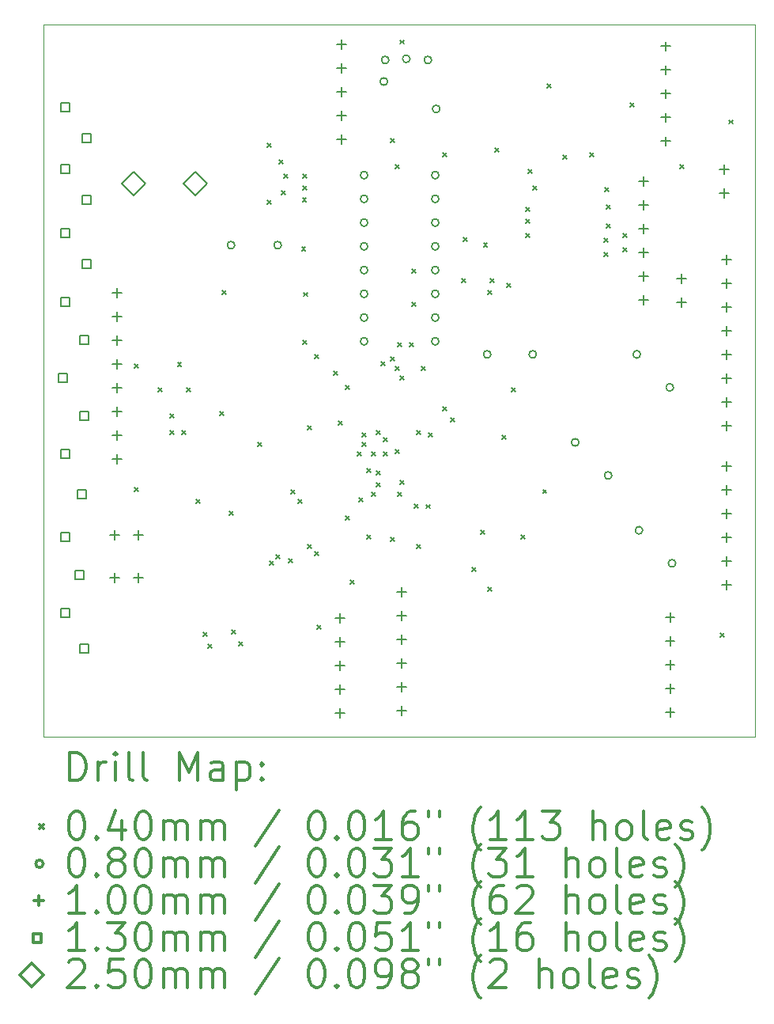
<source format=gbr>
%FSLAX45Y45*%
G04 Gerber Fmt 4.5, Leading zero omitted, Abs format (unit mm)*
G04 Created by KiCad (PCBNEW (5.1.6-0-10_14)) date 2022-02-17 20:51:51*
%MOMM*%
%LPD*%
G01*
G04 APERTURE LIST*
%TA.AperFunction,Profile*%
%ADD10C,0.100000*%
%TD*%
%ADD11C,0.200000*%
%ADD12C,0.300000*%
G04 APERTURE END LIST*
D10*
X20828000Y-6096000D02*
X20828000Y-13716000D01*
X13208000Y-6096000D02*
X20828000Y-6096000D01*
X13208000Y-13716000D02*
X13208000Y-6096000D01*
X20828000Y-13716000D02*
X13208000Y-13716000D01*
D11*
X14178600Y-9733600D02*
X14218600Y-9773600D01*
X14218600Y-9733600D02*
X14178600Y-9773600D01*
X14178600Y-11054400D02*
X14218600Y-11094400D01*
X14218600Y-11054400D02*
X14178600Y-11094400D01*
X14432600Y-9987600D02*
X14472600Y-10027600D01*
X14472600Y-9987600D02*
X14432600Y-10027600D01*
X14559600Y-10267000D02*
X14599600Y-10307000D01*
X14599600Y-10267000D02*
X14559600Y-10307000D01*
X14559600Y-10444800D02*
X14599600Y-10484800D01*
X14599600Y-10444800D02*
X14559600Y-10484800D01*
X14641702Y-9714102D02*
X14681702Y-9754102D01*
X14681702Y-9714102D02*
X14641702Y-9754102D01*
X14686600Y-10444800D02*
X14726600Y-10484800D01*
X14726600Y-10444800D02*
X14686600Y-10484800D01*
X14737400Y-9987600D02*
X14777400Y-10027600D01*
X14777400Y-9987600D02*
X14737400Y-10027600D01*
X14839000Y-11181400D02*
X14879000Y-11221400D01*
X14879000Y-11181400D02*
X14839000Y-11221400D01*
X14915200Y-12603800D02*
X14955200Y-12643800D01*
X14955200Y-12603800D02*
X14915200Y-12643800D01*
X14966000Y-12730800D02*
X15006000Y-12770800D01*
X15006000Y-12730800D02*
X14966000Y-12770800D01*
X15093000Y-10241600D02*
X15133000Y-10281600D01*
X15133000Y-10241600D02*
X15093000Y-10281600D01*
X15118400Y-8946200D02*
X15158400Y-8986200D01*
X15158400Y-8946200D02*
X15118400Y-8986200D01*
X15194600Y-11308400D02*
X15234600Y-11348400D01*
X15234600Y-11308400D02*
X15194600Y-11348400D01*
X15220000Y-12578400D02*
X15260000Y-12618400D01*
X15260000Y-12578400D02*
X15220000Y-12618400D01*
X15296200Y-12705400D02*
X15336200Y-12745400D01*
X15336200Y-12705400D02*
X15296200Y-12745400D01*
X15499400Y-10571800D02*
X15539400Y-10611800D01*
X15539400Y-10571800D02*
X15499400Y-10611800D01*
X15601000Y-7371400D02*
X15641000Y-7411400D01*
X15641000Y-7371400D02*
X15601000Y-7411400D01*
X15601000Y-7981000D02*
X15641000Y-8021000D01*
X15641000Y-7981000D02*
X15601000Y-8021000D01*
X15626400Y-11841800D02*
X15666400Y-11881800D01*
X15666400Y-11841800D02*
X15626400Y-11881800D01*
X15697300Y-11770900D02*
X15737300Y-11810900D01*
X15737300Y-11770900D02*
X15697300Y-11810900D01*
X15728000Y-7549200D02*
X15768000Y-7589200D01*
X15768000Y-7549200D02*
X15728000Y-7589200D01*
X15754780Y-7878020D02*
X15794780Y-7918020D01*
X15794780Y-7878020D02*
X15754780Y-7918020D01*
X15778800Y-7701600D02*
X15818800Y-7741600D01*
X15818800Y-7701600D02*
X15778800Y-7741600D01*
X15829600Y-11816400D02*
X15869600Y-11856400D01*
X15869600Y-11816400D02*
X15829600Y-11856400D01*
X15855000Y-11079800D02*
X15895000Y-11119800D01*
X15895000Y-11079800D02*
X15855000Y-11119800D01*
X15931200Y-11181400D02*
X15971200Y-11221400D01*
X15971200Y-11181400D02*
X15931200Y-11221400D01*
X15970700Y-8476300D02*
X16010700Y-8516300D01*
X16010700Y-8476300D02*
X15970700Y-8516300D01*
X15980480Y-7950520D02*
X16020480Y-7990520D01*
X16020480Y-7950520D02*
X15980480Y-7990520D01*
X15982000Y-7828600D02*
X16022000Y-7868600D01*
X16022000Y-7828600D02*
X15982000Y-7868600D01*
X15982000Y-9479600D02*
X16022000Y-9519600D01*
X16022000Y-9479600D02*
X15982000Y-9519600D01*
X15987080Y-7696520D02*
X16027080Y-7736520D01*
X16027080Y-7696520D02*
X15987080Y-7736520D01*
X15991020Y-8963980D02*
X16031020Y-9003980D01*
X16031020Y-8963980D02*
X15991020Y-9003980D01*
X16032800Y-10394000D02*
X16072800Y-10434000D01*
X16072800Y-10394000D02*
X16032800Y-10434000D01*
X16032800Y-11664000D02*
X16072800Y-11704000D01*
X16072800Y-11664000D02*
X16032800Y-11704000D01*
X16109000Y-9632000D02*
X16149000Y-9672000D01*
X16149000Y-9632000D02*
X16109000Y-9672000D01*
X16109000Y-11740200D02*
X16149000Y-11780200D01*
X16149000Y-11740200D02*
X16109000Y-11780200D01*
X16134400Y-12527600D02*
X16174400Y-12567600D01*
X16174400Y-12527600D02*
X16134400Y-12567600D01*
X16312200Y-9809800D02*
X16352200Y-9849800D01*
X16352200Y-9809800D02*
X16312200Y-9849800D01*
X16363000Y-10343200D02*
X16403000Y-10383200D01*
X16403000Y-10343200D02*
X16363000Y-10383200D01*
X16439200Y-9962200D02*
X16479200Y-10002200D01*
X16479200Y-9962200D02*
X16439200Y-10002200D01*
X16439200Y-11359200D02*
X16479200Y-11399200D01*
X16479200Y-11359200D02*
X16439200Y-11399200D01*
X16490000Y-12045000D02*
X16530000Y-12085000D01*
X16530000Y-12045000D02*
X16490000Y-12085000D01*
X16566200Y-10673400D02*
X16606200Y-10713400D01*
X16606200Y-10673400D02*
X16566200Y-10713400D01*
X16588600Y-11159000D02*
X16628600Y-11199000D01*
X16628600Y-11159000D02*
X16588600Y-11199000D01*
X16617000Y-10571800D02*
X16657000Y-10611800D01*
X16657000Y-10571800D02*
X16617000Y-10611800D01*
X16619206Y-10467994D02*
X16659206Y-10507994D01*
X16659206Y-10467994D02*
X16619206Y-10507994D01*
X16667800Y-10851200D02*
X16707800Y-10891200D01*
X16707800Y-10851200D02*
X16667800Y-10891200D01*
X16667800Y-11562400D02*
X16707800Y-11602400D01*
X16707800Y-11562400D02*
X16667800Y-11602400D01*
X16718600Y-10673400D02*
X16758600Y-10713400D01*
X16758600Y-10673400D02*
X16718600Y-10713400D01*
X16718600Y-11105200D02*
X16758600Y-11145200D01*
X16758600Y-11105200D02*
X16718600Y-11145200D01*
X16769400Y-10444800D02*
X16809400Y-10484800D01*
X16809400Y-10444800D02*
X16769400Y-10484800D01*
X16769400Y-10876600D02*
X16809400Y-10916600D01*
X16809400Y-10876600D02*
X16769400Y-10916600D01*
X16769400Y-11003600D02*
X16809400Y-11043600D01*
X16809400Y-11003600D02*
X16769400Y-11043600D01*
X16820200Y-9708200D02*
X16860200Y-9748200D01*
X16860200Y-9708200D02*
X16820200Y-9748200D01*
X16845600Y-10521000D02*
X16885600Y-10561000D01*
X16885600Y-10521000D02*
X16845600Y-10561000D01*
X16845600Y-10673400D02*
X16885600Y-10713400D01*
X16885600Y-10673400D02*
X16845600Y-10713400D01*
X16921800Y-7320600D02*
X16961800Y-7360600D01*
X16961800Y-7320600D02*
X16921800Y-7360600D01*
X16921800Y-9657400D02*
X16961800Y-9697400D01*
X16961800Y-9657400D02*
X16921800Y-9697400D01*
X16921800Y-11587800D02*
X16961800Y-11627800D01*
X16961800Y-11587800D02*
X16921800Y-11627800D01*
X16972600Y-7600000D02*
X17012600Y-7640000D01*
X17012600Y-7600000D02*
X16972600Y-7640000D01*
X16972600Y-9759000D02*
X17012600Y-9799000D01*
X17012600Y-9759000D02*
X16972600Y-9799000D01*
X16972600Y-10648000D02*
X17012600Y-10688000D01*
X17012600Y-10648000D02*
X16972600Y-10688000D01*
X16998000Y-9505000D02*
X17038000Y-9545000D01*
X17038000Y-9505000D02*
X16998000Y-9545000D01*
X16998000Y-11105200D02*
X17038000Y-11145200D01*
X17038000Y-11105200D02*
X16998000Y-11145200D01*
X17023400Y-9860600D02*
X17063400Y-9900600D01*
X17063400Y-9860600D02*
X17023400Y-9900600D01*
X17023400Y-10978200D02*
X17063400Y-11018200D01*
X17063400Y-10978200D02*
X17023400Y-11018200D01*
X17025940Y-6263960D02*
X17065940Y-6303960D01*
X17065940Y-6263960D02*
X17025940Y-6303960D01*
X17125000Y-9505000D02*
X17165000Y-9545000D01*
X17165000Y-9505000D02*
X17125000Y-9545000D01*
X17150400Y-8717600D02*
X17190400Y-8757600D01*
X17190400Y-8717600D02*
X17150400Y-8757600D01*
X17150400Y-9073200D02*
X17190400Y-9113200D01*
X17190400Y-9073200D02*
X17150400Y-9113200D01*
X17175800Y-11232200D02*
X17215800Y-11272200D01*
X17215800Y-11232200D02*
X17175800Y-11272200D01*
X17201200Y-10444800D02*
X17241200Y-10484800D01*
X17241200Y-10444800D02*
X17201200Y-10484800D01*
X17201200Y-11664000D02*
X17241200Y-11704000D01*
X17241200Y-11664000D02*
X17201200Y-11704000D01*
X17252000Y-9759000D02*
X17292000Y-9799000D01*
X17292000Y-9759000D02*
X17252000Y-9799000D01*
X17305000Y-11234400D02*
X17345000Y-11274400D01*
X17345000Y-11234400D02*
X17305000Y-11274400D01*
X17328200Y-10470200D02*
X17368200Y-10510200D01*
X17368200Y-10470200D02*
X17328200Y-10510200D01*
X17480600Y-7473000D02*
X17520600Y-7513000D01*
X17520600Y-7473000D02*
X17480600Y-7513000D01*
X17480600Y-10190800D02*
X17520600Y-10230800D01*
X17520600Y-10190800D02*
X17480600Y-10230800D01*
X17569500Y-10305100D02*
X17609500Y-10345100D01*
X17609500Y-10305100D02*
X17569500Y-10345100D01*
X17683800Y-8819200D02*
X17723800Y-8859200D01*
X17723800Y-8819200D02*
X17683800Y-8859200D01*
X17702980Y-8374020D02*
X17742980Y-8414020D01*
X17742980Y-8374020D02*
X17702980Y-8414020D01*
X17798100Y-11905300D02*
X17838100Y-11945300D01*
X17838100Y-11905300D02*
X17798100Y-11945300D01*
X17887000Y-11511600D02*
X17927000Y-11551600D01*
X17927000Y-11511600D02*
X17887000Y-11551600D01*
X17920000Y-8438000D02*
X17960000Y-8478000D01*
X17960000Y-8438000D02*
X17920000Y-8478000D01*
X17963200Y-8946200D02*
X18003200Y-8986200D01*
X18003200Y-8946200D02*
X17963200Y-8986200D01*
X17963200Y-12121200D02*
X18003200Y-12161200D01*
X18003200Y-12121200D02*
X17963200Y-12161200D01*
X17988600Y-8819200D02*
X18028600Y-8859200D01*
X18028600Y-8819200D02*
X17988600Y-8859200D01*
X18039400Y-7422200D02*
X18079400Y-7462200D01*
X18079400Y-7422200D02*
X18039400Y-7462200D01*
X18115600Y-10495600D02*
X18155600Y-10535600D01*
X18155600Y-10495600D02*
X18115600Y-10535600D01*
X18166400Y-8870000D02*
X18206400Y-8910000D01*
X18206400Y-8870000D02*
X18166400Y-8910000D01*
X18217200Y-9987600D02*
X18257200Y-10027600D01*
X18257200Y-9987600D02*
X18217200Y-10027600D01*
X18318800Y-11562400D02*
X18358800Y-11602400D01*
X18358800Y-11562400D02*
X18318800Y-11602400D01*
X18369600Y-8057200D02*
X18409600Y-8097200D01*
X18409600Y-8057200D02*
X18369600Y-8097200D01*
X18369600Y-8184200D02*
X18409600Y-8224200D01*
X18409600Y-8184200D02*
X18369600Y-8224200D01*
X18369600Y-8336600D02*
X18409600Y-8376600D01*
X18409600Y-8336600D02*
X18369600Y-8376600D01*
X18395000Y-7650800D02*
X18435000Y-7690800D01*
X18435000Y-7650800D02*
X18395000Y-7690800D01*
X18445800Y-7828600D02*
X18485800Y-7868600D01*
X18485800Y-7828600D02*
X18445800Y-7868600D01*
X18554001Y-11073199D02*
X18594001Y-11113199D01*
X18594001Y-11073199D02*
X18554001Y-11113199D01*
X18598200Y-6736400D02*
X18638200Y-6776400D01*
X18638200Y-6736400D02*
X18598200Y-6776400D01*
X18769500Y-7498400D02*
X18809500Y-7538400D01*
X18809500Y-7498400D02*
X18769500Y-7538400D01*
X19055400Y-7473000D02*
X19095400Y-7513000D01*
X19095400Y-7473000D02*
X19055400Y-7513000D01*
X19207800Y-8387400D02*
X19247800Y-8427400D01*
X19247800Y-8387400D02*
X19207800Y-8427400D01*
X19207800Y-8539800D02*
X19247800Y-8579800D01*
X19247800Y-8539800D02*
X19207800Y-8579800D01*
X19220500Y-7841300D02*
X19260500Y-7881300D01*
X19260500Y-7841300D02*
X19220500Y-7881300D01*
X19233200Y-8031800D02*
X19273200Y-8071800D01*
X19273200Y-8031800D02*
X19233200Y-8071800D01*
X19233200Y-8235000D02*
X19273200Y-8275000D01*
X19273200Y-8235000D02*
X19233200Y-8275000D01*
X19411000Y-8336600D02*
X19451000Y-8376600D01*
X19451000Y-8336600D02*
X19411000Y-8376600D01*
X19411000Y-8489000D02*
X19451000Y-8529000D01*
X19451000Y-8489000D02*
X19411000Y-8529000D01*
X19487200Y-6939600D02*
X19527200Y-6979600D01*
X19527200Y-6939600D02*
X19487200Y-6979600D01*
X20020600Y-7600000D02*
X20060600Y-7640000D01*
X20060600Y-7600000D02*
X20020600Y-7640000D01*
X20457480Y-12611420D02*
X20497480Y-12651420D01*
X20497480Y-12611420D02*
X20457480Y-12651420D01*
X20550060Y-7118540D02*
X20590060Y-7158540D01*
X20590060Y-7118540D02*
X20550060Y-7158540D01*
X16891380Y-6706620D02*
G75*
G03*
X16891380Y-6706620I-40000J0D01*
G01*
X16905600Y-6477000D02*
G75*
G03*
X16905600Y-6477000I-40000J0D01*
G01*
X17131660Y-6464300D02*
G75*
G03*
X17131660Y-6464300I-40000J0D01*
G01*
X17362800Y-6477000D02*
G75*
G03*
X17362800Y-6477000I-40000J0D01*
G01*
X17451700Y-7000240D02*
G75*
G03*
X17451700Y-7000240I-40000J0D01*
G01*
X19600047Y-9626600D02*
G75*
G03*
X19600047Y-9626600I-40000J0D01*
G01*
X19953600Y-9980153D02*
G75*
G03*
X19953600Y-9980153I-40000J0D01*
G01*
X17997800Y-9626600D02*
G75*
G03*
X17997800Y-9626600I-40000J0D01*
G01*
X18485800Y-9626600D02*
G75*
G03*
X18485800Y-9626600I-40000J0D01*
G01*
X19623400Y-11508247D02*
G75*
G03*
X19623400Y-11508247I-40000J0D01*
G01*
X19976953Y-11861800D02*
G75*
G03*
X19976953Y-11861800I-40000J0D01*
G01*
X16679540Y-7708900D02*
G75*
G03*
X16679540Y-7708900I-40000J0D01*
G01*
X16679540Y-7962900D02*
G75*
G03*
X16679540Y-7962900I-40000J0D01*
G01*
X16679540Y-8216900D02*
G75*
G03*
X16679540Y-8216900I-40000J0D01*
G01*
X16679540Y-8470900D02*
G75*
G03*
X16679540Y-8470900I-40000J0D01*
G01*
X16679540Y-8724900D02*
G75*
G03*
X16679540Y-8724900I-40000J0D01*
G01*
X16679540Y-8978900D02*
G75*
G03*
X16679540Y-8978900I-40000J0D01*
G01*
X16679540Y-9232900D02*
G75*
G03*
X16679540Y-9232900I-40000J0D01*
G01*
X16679540Y-9486900D02*
G75*
G03*
X16679540Y-9486900I-40000J0D01*
G01*
X17441540Y-7708900D02*
G75*
G03*
X17441540Y-7708900I-40000J0D01*
G01*
X17441540Y-7962900D02*
G75*
G03*
X17441540Y-7962900I-40000J0D01*
G01*
X17441540Y-8216900D02*
G75*
G03*
X17441540Y-8216900I-40000J0D01*
G01*
X17441540Y-8470900D02*
G75*
G03*
X17441540Y-8470900I-40000J0D01*
G01*
X17441540Y-8724900D02*
G75*
G03*
X17441540Y-8724900I-40000J0D01*
G01*
X17441540Y-8978900D02*
G75*
G03*
X17441540Y-8978900I-40000J0D01*
G01*
X17441540Y-9232900D02*
G75*
G03*
X17441540Y-9232900I-40000J0D01*
G01*
X17441540Y-9486900D02*
G75*
G03*
X17441540Y-9486900I-40000J0D01*
G01*
X15254600Y-8458200D02*
G75*
G03*
X15254600Y-8458200I-40000J0D01*
G01*
X15754600Y-8458200D02*
G75*
G03*
X15754600Y-8458200I-40000J0D01*
G01*
X18939647Y-10568447D02*
G75*
G03*
X18939647Y-10568447I-40000J0D01*
G01*
X19293200Y-10922000D02*
G75*
G03*
X19293200Y-10922000I-40000J0D01*
G01*
X19634200Y-7722400D02*
X19634200Y-7822400D01*
X19584200Y-7772400D02*
X19684200Y-7772400D01*
X19634200Y-7976400D02*
X19634200Y-8076400D01*
X19584200Y-8026400D02*
X19684200Y-8026400D01*
X19634200Y-8230400D02*
X19634200Y-8330400D01*
X19584200Y-8280400D02*
X19684200Y-8280400D01*
X19634200Y-8484400D02*
X19634200Y-8584400D01*
X19584200Y-8534400D02*
X19684200Y-8534400D01*
X19634200Y-8738400D02*
X19634200Y-8838400D01*
X19584200Y-8788400D02*
X19684200Y-8788400D01*
X19634200Y-8992400D02*
X19634200Y-9092400D01*
X19584200Y-9042400D02*
X19684200Y-9042400D01*
X17043400Y-12116600D02*
X17043400Y-12216600D01*
X16993400Y-12166600D02*
X17093400Y-12166600D01*
X17043400Y-12370600D02*
X17043400Y-12470600D01*
X16993400Y-12420600D02*
X17093400Y-12420600D01*
X17043400Y-12624600D02*
X17043400Y-12724600D01*
X16993400Y-12674600D02*
X17093400Y-12674600D01*
X17043400Y-12878600D02*
X17043400Y-12978600D01*
X16993400Y-12928600D02*
X17093400Y-12928600D01*
X17043400Y-13132600D02*
X17043400Y-13232600D01*
X16993400Y-13182600D02*
X17093400Y-13182600D01*
X17043400Y-13386600D02*
X17043400Y-13486600D01*
X16993400Y-13436600D02*
X17093400Y-13436600D01*
X20497800Y-7595400D02*
X20497800Y-7695400D01*
X20447800Y-7645400D02*
X20547800Y-7645400D01*
X20497800Y-7849400D02*
X20497800Y-7949400D01*
X20447800Y-7899400D02*
X20547800Y-7899400D01*
X16383000Y-12396000D02*
X16383000Y-12496000D01*
X16333000Y-12446000D02*
X16433000Y-12446000D01*
X16383000Y-12650000D02*
X16383000Y-12750000D01*
X16333000Y-12700000D02*
X16433000Y-12700000D01*
X16383000Y-12904000D02*
X16383000Y-13004000D01*
X16333000Y-12954000D02*
X16433000Y-12954000D01*
X16383000Y-13158000D02*
X16383000Y-13258000D01*
X16333000Y-13208000D02*
X16433000Y-13208000D01*
X16383000Y-13412000D02*
X16383000Y-13512000D01*
X16333000Y-13462000D02*
X16433000Y-13462000D01*
X20523200Y-10770400D02*
X20523200Y-10870400D01*
X20473200Y-10820400D02*
X20573200Y-10820400D01*
X20523200Y-11024400D02*
X20523200Y-11124400D01*
X20473200Y-11074400D02*
X20573200Y-11074400D01*
X20523200Y-11278400D02*
X20523200Y-11378400D01*
X20473200Y-11328400D02*
X20573200Y-11328400D01*
X20523200Y-11532400D02*
X20523200Y-11632400D01*
X20473200Y-11582400D02*
X20573200Y-11582400D01*
X20523200Y-11786400D02*
X20523200Y-11886400D01*
X20473200Y-11836400D02*
X20573200Y-11836400D01*
X20523200Y-12040400D02*
X20523200Y-12140400D01*
X20473200Y-12090400D02*
X20573200Y-12090400D01*
X19916140Y-12388380D02*
X19916140Y-12488380D01*
X19866140Y-12438380D02*
X19966140Y-12438380D01*
X19916140Y-12642380D02*
X19916140Y-12742380D01*
X19866140Y-12692380D02*
X19966140Y-12692380D01*
X19916140Y-12896380D02*
X19916140Y-12996380D01*
X19866140Y-12946380D02*
X19966140Y-12946380D01*
X19916140Y-13150380D02*
X19916140Y-13250380D01*
X19866140Y-13200380D02*
X19966140Y-13200380D01*
X19916140Y-13404380D02*
X19916140Y-13504380D01*
X19866140Y-13454380D02*
X19966140Y-13454380D01*
X13970000Y-11507000D02*
X13970000Y-11607000D01*
X13920000Y-11557000D02*
X14020000Y-11557000D01*
X14224000Y-11507000D02*
X14224000Y-11607000D01*
X14174000Y-11557000D02*
X14274000Y-11557000D01*
X19867880Y-6279680D02*
X19867880Y-6379680D01*
X19817880Y-6329680D02*
X19917880Y-6329680D01*
X19867880Y-6533680D02*
X19867880Y-6633680D01*
X19817880Y-6583680D02*
X19917880Y-6583680D01*
X19867880Y-6787680D02*
X19867880Y-6887680D01*
X19817880Y-6837680D02*
X19917880Y-6837680D01*
X19867880Y-7041680D02*
X19867880Y-7141680D01*
X19817880Y-7091680D02*
X19917880Y-7091680D01*
X19867880Y-7295680D02*
X19867880Y-7395680D01*
X19817880Y-7345680D02*
X19917880Y-7345680D01*
X13995400Y-8916200D02*
X13995400Y-9016200D01*
X13945400Y-8966200D02*
X14045400Y-8966200D01*
X13995400Y-9170200D02*
X13995400Y-9270200D01*
X13945400Y-9220200D02*
X14045400Y-9220200D01*
X13995400Y-9424200D02*
X13995400Y-9524200D01*
X13945400Y-9474200D02*
X14045400Y-9474200D01*
X13995400Y-9678200D02*
X13995400Y-9778200D01*
X13945400Y-9728200D02*
X14045400Y-9728200D01*
X13995400Y-9932200D02*
X13995400Y-10032200D01*
X13945400Y-9982200D02*
X14045400Y-9982200D01*
X13995400Y-10186200D02*
X13995400Y-10286200D01*
X13945400Y-10236200D02*
X14045400Y-10236200D01*
X13995400Y-10440200D02*
X13995400Y-10540200D01*
X13945400Y-10490200D02*
X14045400Y-10490200D01*
X13995400Y-10694200D02*
X13995400Y-10794200D01*
X13945400Y-10744200D02*
X14045400Y-10744200D01*
X13970000Y-11964200D02*
X13970000Y-12064200D01*
X13920000Y-12014200D02*
X14020000Y-12014200D01*
X14224000Y-11964200D02*
X14224000Y-12064200D01*
X14174000Y-12014200D02*
X14274000Y-12014200D01*
X20523200Y-8560600D02*
X20523200Y-8660600D01*
X20473200Y-8610600D02*
X20573200Y-8610600D01*
X20523200Y-8814600D02*
X20523200Y-8914600D01*
X20473200Y-8864600D02*
X20573200Y-8864600D01*
X20523200Y-9068600D02*
X20523200Y-9168600D01*
X20473200Y-9118600D02*
X20573200Y-9118600D01*
X20523200Y-9322600D02*
X20523200Y-9422600D01*
X20473200Y-9372600D02*
X20573200Y-9372600D01*
X20523200Y-9576600D02*
X20523200Y-9676600D01*
X20473200Y-9626600D02*
X20573200Y-9626600D01*
X20523200Y-9830600D02*
X20523200Y-9930600D01*
X20473200Y-9880600D02*
X20573200Y-9880600D01*
X20523200Y-10084600D02*
X20523200Y-10184600D01*
X20473200Y-10134600D02*
X20573200Y-10134600D01*
X20523200Y-10338600D02*
X20523200Y-10438600D01*
X20473200Y-10388600D02*
X20573200Y-10388600D01*
X20040600Y-8763800D02*
X20040600Y-8863800D01*
X19990600Y-8813800D02*
X20090600Y-8813800D01*
X20040600Y-9017800D02*
X20040600Y-9117800D01*
X19990600Y-9067800D02*
X20090600Y-9067800D01*
X16395700Y-6259360D02*
X16395700Y-6359360D01*
X16345700Y-6309360D02*
X16445700Y-6309360D01*
X16395700Y-6513360D02*
X16395700Y-6613360D01*
X16345700Y-6563360D02*
X16445700Y-6563360D01*
X16395700Y-6767360D02*
X16395700Y-6867360D01*
X16345700Y-6817360D02*
X16445700Y-6817360D01*
X16395700Y-7021360D02*
X16395700Y-7121360D01*
X16345700Y-7071360D02*
X16445700Y-7071360D01*
X16395700Y-7275360D02*
X16395700Y-7375360D01*
X16345700Y-7325360D02*
X16445700Y-7325360D01*
X13482562Y-8377162D02*
X13482562Y-8285238D01*
X13390638Y-8285238D01*
X13390638Y-8377162D01*
X13482562Y-8377162D01*
X13457162Y-9926562D02*
X13457162Y-9834638D01*
X13365238Y-9834638D01*
X13365238Y-9926562D01*
X13457162Y-9926562D01*
X13711162Y-8021562D02*
X13711162Y-7929638D01*
X13619238Y-7929638D01*
X13619238Y-8021562D01*
X13711162Y-8021562D01*
X13660362Y-11171162D02*
X13660362Y-11079238D01*
X13568438Y-11079238D01*
X13568438Y-11171162D01*
X13660362Y-11171162D01*
X13685762Y-10332962D02*
X13685762Y-10241038D01*
X13593838Y-10241038D01*
X13593838Y-10332962D01*
X13685762Y-10332962D01*
X13482562Y-12441162D02*
X13482562Y-12349238D01*
X13390638Y-12349238D01*
X13390638Y-12441162D01*
X13482562Y-12441162D01*
X13482562Y-11628362D02*
X13482562Y-11536438D01*
X13390638Y-11536438D01*
X13390638Y-11628362D01*
X13482562Y-11628362D01*
X13711162Y-7361162D02*
X13711162Y-7269238D01*
X13619238Y-7269238D01*
X13619238Y-7361162D01*
X13711162Y-7361162D01*
X13685762Y-9520162D02*
X13685762Y-9428238D01*
X13593838Y-9428238D01*
X13593838Y-9520162D01*
X13685762Y-9520162D01*
X13482562Y-9113762D02*
X13482562Y-9021838D01*
X13390638Y-9021838D01*
X13390638Y-9113762D01*
X13482562Y-9113762D01*
X13634962Y-12034762D02*
X13634962Y-11942838D01*
X13543038Y-11942838D01*
X13543038Y-12034762D01*
X13634962Y-12034762D01*
X13482562Y-7030962D02*
X13482562Y-6939038D01*
X13390638Y-6939038D01*
X13390638Y-7030962D01*
X13482562Y-7030962D01*
X13482562Y-7691362D02*
X13482562Y-7599438D01*
X13390638Y-7599438D01*
X13390638Y-7691362D01*
X13482562Y-7691362D01*
X13482562Y-10739362D02*
X13482562Y-10647438D01*
X13390638Y-10647438D01*
X13390638Y-10739362D01*
X13482562Y-10739362D01*
X13711162Y-8707362D02*
X13711162Y-8615438D01*
X13619238Y-8615438D01*
X13619238Y-8707362D01*
X13711162Y-8707362D01*
X13685762Y-12822162D02*
X13685762Y-12730238D01*
X13593838Y-12730238D01*
X13593838Y-12822162D01*
X13685762Y-12822162D01*
X14173200Y-7922800D02*
X14298200Y-7797800D01*
X14173200Y-7672800D01*
X14048200Y-7797800D01*
X14173200Y-7922800D01*
X14833600Y-7922800D02*
X14958600Y-7797800D01*
X14833600Y-7672800D01*
X14708600Y-7797800D01*
X14833600Y-7922800D01*
D12*
X13489428Y-14186714D02*
X13489428Y-13886714D01*
X13560857Y-13886714D01*
X13603714Y-13901000D01*
X13632286Y-13929571D01*
X13646571Y-13958143D01*
X13660857Y-14015286D01*
X13660857Y-14058143D01*
X13646571Y-14115286D01*
X13632286Y-14143857D01*
X13603714Y-14172429D01*
X13560857Y-14186714D01*
X13489428Y-14186714D01*
X13789428Y-14186714D02*
X13789428Y-13986714D01*
X13789428Y-14043857D02*
X13803714Y-14015286D01*
X13818000Y-14001000D01*
X13846571Y-13986714D01*
X13875143Y-13986714D01*
X13975143Y-14186714D02*
X13975143Y-13986714D01*
X13975143Y-13886714D02*
X13960857Y-13901000D01*
X13975143Y-13915286D01*
X13989428Y-13901000D01*
X13975143Y-13886714D01*
X13975143Y-13915286D01*
X14160857Y-14186714D02*
X14132286Y-14172429D01*
X14118000Y-14143857D01*
X14118000Y-13886714D01*
X14318000Y-14186714D02*
X14289428Y-14172429D01*
X14275143Y-14143857D01*
X14275143Y-13886714D01*
X14660857Y-14186714D02*
X14660857Y-13886714D01*
X14760857Y-14101000D01*
X14860857Y-13886714D01*
X14860857Y-14186714D01*
X15132286Y-14186714D02*
X15132286Y-14029571D01*
X15118000Y-14001000D01*
X15089428Y-13986714D01*
X15032286Y-13986714D01*
X15003714Y-14001000D01*
X15132286Y-14172429D02*
X15103714Y-14186714D01*
X15032286Y-14186714D01*
X15003714Y-14172429D01*
X14989428Y-14143857D01*
X14989428Y-14115286D01*
X15003714Y-14086714D01*
X15032286Y-14072429D01*
X15103714Y-14072429D01*
X15132286Y-14058143D01*
X15275143Y-13986714D02*
X15275143Y-14286714D01*
X15275143Y-14001000D02*
X15303714Y-13986714D01*
X15360857Y-13986714D01*
X15389428Y-14001000D01*
X15403714Y-14015286D01*
X15418000Y-14043857D01*
X15418000Y-14129571D01*
X15403714Y-14158143D01*
X15389428Y-14172429D01*
X15360857Y-14186714D01*
X15303714Y-14186714D01*
X15275143Y-14172429D01*
X15546571Y-14158143D02*
X15560857Y-14172429D01*
X15546571Y-14186714D01*
X15532286Y-14172429D01*
X15546571Y-14158143D01*
X15546571Y-14186714D01*
X15546571Y-14001000D02*
X15560857Y-14015286D01*
X15546571Y-14029571D01*
X15532286Y-14015286D01*
X15546571Y-14001000D01*
X15546571Y-14029571D01*
X13163000Y-14661000D02*
X13203000Y-14701000D01*
X13203000Y-14661000D02*
X13163000Y-14701000D01*
X13546571Y-14516714D02*
X13575143Y-14516714D01*
X13603714Y-14531000D01*
X13618000Y-14545286D01*
X13632286Y-14573857D01*
X13646571Y-14631000D01*
X13646571Y-14702429D01*
X13632286Y-14759571D01*
X13618000Y-14788143D01*
X13603714Y-14802429D01*
X13575143Y-14816714D01*
X13546571Y-14816714D01*
X13518000Y-14802429D01*
X13503714Y-14788143D01*
X13489428Y-14759571D01*
X13475143Y-14702429D01*
X13475143Y-14631000D01*
X13489428Y-14573857D01*
X13503714Y-14545286D01*
X13518000Y-14531000D01*
X13546571Y-14516714D01*
X13775143Y-14788143D02*
X13789428Y-14802429D01*
X13775143Y-14816714D01*
X13760857Y-14802429D01*
X13775143Y-14788143D01*
X13775143Y-14816714D01*
X14046571Y-14616714D02*
X14046571Y-14816714D01*
X13975143Y-14502429D02*
X13903714Y-14716714D01*
X14089428Y-14716714D01*
X14260857Y-14516714D02*
X14289428Y-14516714D01*
X14318000Y-14531000D01*
X14332286Y-14545286D01*
X14346571Y-14573857D01*
X14360857Y-14631000D01*
X14360857Y-14702429D01*
X14346571Y-14759571D01*
X14332286Y-14788143D01*
X14318000Y-14802429D01*
X14289428Y-14816714D01*
X14260857Y-14816714D01*
X14232286Y-14802429D01*
X14218000Y-14788143D01*
X14203714Y-14759571D01*
X14189428Y-14702429D01*
X14189428Y-14631000D01*
X14203714Y-14573857D01*
X14218000Y-14545286D01*
X14232286Y-14531000D01*
X14260857Y-14516714D01*
X14489428Y-14816714D02*
X14489428Y-14616714D01*
X14489428Y-14645286D02*
X14503714Y-14631000D01*
X14532286Y-14616714D01*
X14575143Y-14616714D01*
X14603714Y-14631000D01*
X14618000Y-14659571D01*
X14618000Y-14816714D01*
X14618000Y-14659571D02*
X14632286Y-14631000D01*
X14660857Y-14616714D01*
X14703714Y-14616714D01*
X14732286Y-14631000D01*
X14746571Y-14659571D01*
X14746571Y-14816714D01*
X14889428Y-14816714D02*
X14889428Y-14616714D01*
X14889428Y-14645286D02*
X14903714Y-14631000D01*
X14932286Y-14616714D01*
X14975143Y-14616714D01*
X15003714Y-14631000D01*
X15018000Y-14659571D01*
X15018000Y-14816714D01*
X15018000Y-14659571D02*
X15032286Y-14631000D01*
X15060857Y-14616714D01*
X15103714Y-14616714D01*
X15132286Y-14631000D01*
X15146571Y-14659571D01*
X15146571Y-14816714D01*
X15732286Y-14502429D02*
X15475143Y-14888143D01*
X16118000Y-14516714D02*
X16146571Y-14516714D01*
X16175143Y-14531000D01*
X16189428Y-14545286D01*
X16203714Y-14573857D01*
X16218000Y-14631000D01*
X16218000Y-14702429D01*
X16203714Y-14759571D01*
X16189428Y-14788143D01*
X16175143Y-14802429D01*
X16146571Y-14816714D01*
X16118000Y-14816714D01*
X16089428Y-14802429D01*
X16075143Y-14788143D01*
X16060857Y-14759571D01*
X16046571Y-14702429D01*
X16046571Y-14631000D01*
X16060857Y-14573857D01*
X16075143Y-14545286D01*
X16089428Y-14531000D01*
X16118000Y-14516714D01*
X16346571Y-14788143D02*
X16360857Y-14802429D01*
X16346571Y-14816714D01*
X16332286Y-14802429D01*
X16346571Y-14788143D01*
X16346571Y-14816714D01*
X16546571Y-14516714D02*
X16575143Y-14516714D01*
X16603714Y-14531000D01*
X16618000Y-14545286D01*
X16632286Y-14573857D01*
X16646571Y-14631000D01*
X16646571Y-14702429D01*
X16632286Y-14759571D01*
X16618000Y-14788143D01*
X16603714Y-14802429D01*
X16575143Y-14816714D01*
X16546571Y-14816714D01*
X16518000Y-14802429D01*
X16503714Y-14788143D01*
X16489428Y-14759571D01*
X16475143Y-14702429D01*
X16475143Y-14631000D01*
X16489428Y-14573857D01*
X16503714Y-14545286D01*
X16518000Y-14531000D01*
X16546571Y-14516714D01*
X16932286Y-14816714D02*
X16760857Y-14816714D01*
X16846571Y-14816714D02*
X16846571Y-14516714D01*
X16818000Y-14559571D01*
X16789428Y-14588143D01*
X16760857Y-14602429D01*
X17189428Y-14516714D02*
X17132286Y-14516714D01*
X17103714Y-14531000D01*
X17089428Y-14545286D01*
X17060857Y-14588143D01*
X17046571Y-14645286D01*
X17046571Y-14759571D01*
X17060857Y-14788143D01*
X17075143Y-14802429D01*
X17103714Y-14816714D01*
X17160857Y-14816714D01*
X17189428Y-14802429D01*
X17203714Y-14788143D01*
X17218000Y-14759571D01*
X17218000Y-14688143D01*
X17203714Y-14659571D01*
X17189428Y-14645286D01*
X17160857Y-14631000D01*
X17103714Y-14631000D01*
X17075143Y-14645286D01*
X17060857Y-14659571D01*
X17046571Y-14688143D01*
X17332286Y-14516714D02*
X17332286Y-14573857D01*
X17446571Y-14516714D02*
X17446571Y-14573857D01*
X17889428Y-14931000D02*
X17875143Y-14916714D01*
X17846571Y-14873857D01*
X17832286Y-14845286D01*
X17818000Y-14802429D01*
X17803714Y-14731000D01*
X17803714Y-14673857D01*
X17818000Y-14602429D01*
X17832286Y-14559571D01*
X17846571Y-14531000D01*
X17875143Y-14488143D01*
X17889428Y-14473857D01*
X18160857Y-14816714D02*
X17989428Y-14816714D01*
X18075143Y-14816714D02*
X18075143Y-14516714D01*
X18046571Y-14559571D01*
X18018000Y-14588143D01*
X17989428Y-14602429D01*
X18446571Y-14816714D02*
X18275143Y-14816714D01*
X18360857Y-14816714D02*
X18360857Y-14516714D01*
X18332286Y-14559571D01*
X18303714Y-14588143D01*
X18275143Y-14602429D01*
X18546571Y-14516714D02*
X18732286Y-14516714D01*
X18632286Y-14631000D01*
X18675143Y-14631000D01*
X18703714Y-14645286D01*
X18718000Y-14659571D01*
X18732286Y-14688143D01*
X18732286Y-14759571D01*
X18718000Y-14788143D01*
X18703714Y-14802429D01*
X18675143Y-14816714D01*
X18589428Y-14816714D01*
X18560857Y-14802429D01*
X18546571Y-14788143D01*
X19089428Y-14816714D02*
X19089428Y-14516714D01*
X19218000Y-14816714D02*
X19218000Y-14659571D01*
X19203714Y-14631000D01*
X19175143Y-14616714D01*
X19132286Y-14616714D01*
X19103714Y-14631000D01*
X19089428Y-14645286D01*
X19403714Y-14816714D02*
X19375143Y-14802429D01*
X19360857Y-14788143D01*
X19346571Y-14759571D01*
X19346571Y-14673857D01*
X19360857Y-14645286D01*
X19375143Y-14631000D01*
X19403714Y-14616714D01*
X19446571Y-14616714D01*
X19475143Y-14631000D01*
X19489428Y-14645286D01*
X19503714Y-14673857D01*
X19503714Y-14759571D01*
X19489428Y-14788143D01*
X19475143Y-14802429D01*
X19446571Y-14816714D01*
X19403714Y-14816714D01*
X19675143Y-14816714D02*
X19646571Y-14802429D01*
X19632286Y-14773857D01*
X19632286Y-14516714D01*
X19903714Y-14802429D02*
X19875143Y-14816714D01*
X19818000Y-14816714D01*
X19789428Y-14802429D01*
X19775143Y-14773857D01*
X19775143Y-14659571D01*
X19789428Y-14631000D01*
X19818000Y-14616714D01*
X19875143Y-14616714D01*
X19903714Y-14631000D01*
X19918000Y-14659571D01*
X19918000Y-14688143D01*
X19775143Y-14716714D01*
X20032286Y-14802429D02*
X20060857Y-14816714D01*
X20118000Y-14816714D01*
X20146571Y-14802429D01*
X20160857Y-14773857D01*
X20160857Y-14759571D01*
X20146571Y-14731000D01*
X20118000Y-14716714D01*
X20075143Y-14716714D01*
X20046571Y-14702429D01*
X20032286Y-14673857D01*
X20032286Y-14659571D01*
X20046571Y-14631000D01*
X20075143Y-14616714D01*
X20118000Y-14616714D01*
X20146571Y-14631000D01*
X20260857Y-14931000D02*
X20275143Y-14916714D01*
X20303714Y-14873857D01*
X20318000Y-14845286D01*
X20332286Y-14802429D01*
X20346571Y-14731000D01*
X20346571Y-14673857D01*
X20332286Y-14602429D01*
X20318000Y-14559571D01*
X20303714Y-14531000D01*
X20275143Y-14488143D01*
X20260857Y-14473857D01*
X13203000Y-15077000D02*
G75*
G03*
X13203000Y-15077000I-40000J0D01*
G01*
X13546571Y-14912714D02*
X13575143Y-14912714D01*
X13603714Y-14927000D01*
X13618000Y-14941286D01*
X13632286Y-14969857D01*
X13646571Y-15027000D01*
X13646571Y-15098429D01*
X13632286Y-15155571D01*
X13618000Y-15184143D01*
X13603714Y-15198429D01*
X13575143Y-15212714D01*
X13546571Y-15212714D01*
X13518000Y-15198429D01*
X13503714Y-15184143D01*
X13489428Y-15155571D01*
X13475143Y-15098429D01*
X13475143Y-15027000D01*
X13489428Y-14969857D01*
X13503714Y-14941286D01*
X13518000Y-14927000D01*
X13546571Y-14912714D01*
X13775143Y-15184143D02*
X13789428Y-15198429D01*
X13775143Y-15212714D01*
X13760857Y-15198429D01*
X13775143Y-15184143D01*
X13775143Y-15212714D01*
X13960857Y-15041286D02*
X13932286Y-15027000D01*
X13918000Y-15012714D01*
X13903714Y-14984143D01*
X13903714Y-14969857D01*
X13918000Y-14941286D01*
X13932286Y-14927000D01*
X13960857Y-14912714D01*
X14018000Y-14912714D01*
X14046571Y-14927000D01*
X14060857Y-14941286D01*
X14075143Y-14969857D01*
X14075143Y-14984143D01*
X14060857Y-15012714D01*
X14046571Y-15027000D01*
X14018000Y-15041286D01*
X13960857Y-15041286D01*
X13932286Y-15055571D01*
X13918000Y-15069857D01*
X13903714Y-15098429D01*
X13903714Y-15155571D01*
X13918000Y-15184143D01*
X13932286Y-15198429D01*
X13960857Y-15212714D01*
X14018000Y-15212714D01*
X14046571Y-15198429D01*
X14060857Y-15184143D01*
X14075143Y-15155571D01*
X14075143Y-15098429D01*
X14060857Y-15069857D01*
X14046571Y-15055571D01*
X14018000Y-15041286D01*
X14260857Y-14912714D02*
X14289428Y-14912714D01*
X14318000Y-14927000D01*
X14332286Y-14941286D01*
X14346571Y-14969857D01*
X14360857Y-15027000D01*
X14360857Y-15098429D01*
X14346571Y-15155571D01*
X14332286Y-15184143D01*
X14318000Y-15198429D01*
X14289428Y-15212714D01*
X14260857Y-15212714D01*
X14232286Y-15198429D01*
X14218000Y-15184143D01*
X14203714Y-15155571D01*
X14189428Y-15098429D01*
X14189428Y-15027000D01*
X14203714Y-14969857D01*
X14218000Y-14941286D01*
X14232286Y-14927000D01*
X14260857Y-14912714D01*
X14489428Y-15212714D02*
X14489428Y-15012714D01*
X14489428Y-15041286D02*
X14503714Y-15027000D01*
X14532286Y-15012714D01*
X14575143Y-15012714D01*
X14603714Y-15027000D01*
X14618000Y-15055571D01*
X14618000Y-15212714D01*
X14618000Y-15055571D02*
X14632286Y-15027000D01*
X14660857Y-15012714D01*
X14703714Y-15012714D01*
X14732286Y-15027000D01*
X14746571Y-15055571D01*
X14746571Y-15212714D01*
X14889428Y-15212714D02*
X14889428Y-15012714D01*
X14889428Y-15041286D02*
X14903714Y-15027000D01*
X14932286Y-15012714D01*
X14975143Y-15012714D01*
X15003714Y-15027000D01*
X15018000Y-15055571D01*
X15018000Y-15212714D01*
X15018000Y-15055571D02*
X15032286Y-15027000D01*
X15060857Y-15012714D01*
X15103714Y-15012714D01*
X15132286Y-15027000D01*
X15146571Y-15055571D01*
X15146571Y-15212714D01*
X15732286Y-14898429D02*
X15475143Y-15284143D01*
X16118000Y-14912714D02*
X16146571Y-14912714D01*
X16175143Y-14927000D01*
X16189428Y-14941286D01*
X16203714Y-14969857D01*
X16218000Y-15027000D01*
X16218000Y-15098429D01*
X16203714Y-15155571D01*
X16189428Y-15184143D01*
X16175143Y-15198429D01*
X16146571Y-15212714D01*
X16118000Y-15212714D01*
X16089428Y-15198429D01*
X16075143Y-15184143D01*
X16060857Y-15155571D01*
X16046571Y-15098429D01*
X16046571Y-15027000D01*
X16060857Y-14969857D01*
X16075143Y-14941286D01*
X16089428Y-14927000D01*
X16118000Y-14912714D01*
X16346571Y-15184143D02*
X16360857Y-15198429D01*
X16346571Y-15212714D01*
X16332286Y-15198429D01*
X16346571Y-15184143D01*
X16346571Y-15212714D01*
X16546571Y-14912714D02*
X16575143Y-14912714D01*
X16603714Y-14927000D01*
X16618000Y-14941286D01*
X16632286Y-14969857D01*
X16646571Y-15027000D01*
X16646571Y-15098429D01*
X16632286Y-15155571D01*
X16618000Y-15184143D01*
X16603714Y-15198429D01*
X16575143Y-15212714D01*
X16546571Y-15212714D01*
X16518000Y-15198429D01*
X16503714Y-15184143D01*
X16489428Y-15155571D01*
X16475143Y-15098429D01*
X16475143Y-15027000D01*
X16489428Y-14969857D01*
X16503714Y-14941286D01*
X16518000Y-14927000D01*
X16546571Y-14912714D01*
X16746571Y-14912714D02*
X16932286Y-14912714D01*
X16832286Y-15027000D01*
X16875143Y-15027000D01*
X16903714Y-15041286D01*
X16918000Y-15055571D01*
X16932286Y-15084143D01*
X16932286Y-15155571D01*
X16918000Y-15184143D01*
X16903714Y-15198429D01*
X16875143Y-15212714D01*
X16789428Y-15212714D01*
X16760857Y-15198429D01*
X16746571Y-15184143D01*
X17218000Y-15212714D02*
X17046571Y-15212714D01*
X17132286Y-15212714D02*
X17132286Y-14912714D01*
X17103714Y-14955571D01*
X17075143Y-14984143D01*
X17046571Y-14998429D01*
X17332286Y-14912714D02*
X17332286Y-14969857D01*
X17446571Y-14912714D02*
X17446571Y-14969857D01*
X17889428Y-15327000D02*
X17875143Y-15312714D01*
X17846571Y-15269857D01*
X17832286Y-15241286D01*
X17818000Y-15198429D01*
X17803714Y-15127000D01*
X17803714Y-15069857D01*
X17818000Y-14998429D01*
X17832286Y-14955571D01*
X17846571Y-14927000D01*
X17875143Y-14884143D01*
X17889428Y-14869857D01*
X17975143Y-14912714D02*
X18160857Y-14912714D01*
X18060857Y-15027000D01*
X18103714Y-15027000D01*
X18132286Y-15041286D01*
X18146571Y-15055571D01*
X18160857Y-15084143D01*
X18160857Y-15155571D01*
X18146571Y-15184143D01*
X18132286Y-15198429D01*
X18103714Y-15212714D01*
X18018000Y-15212714D01*
X17989428Y-15198429D01*
X17975143Y-15184143D01*
X18446571Y-15212714D02*
X18275143Y-15212714D01*
X18360857Y-15212714D02*
X18360857Y-14912714D01*
X18332286Y-14955571D01*
X18303714Y-14984143D01*
X18275143Y-14998429D01*
X18803714Y-15212714D02*
X18803714Y-14912714D01*
X18932286Y-15212714D02*
X18932286Y-15055571D01*
X18918000Y-15027000D01*
X18889428Y-15012714D01*
X18846571Y-15012714D01*
X18818000Y-15027000D01*
X18803714Y-15041286D01*
X19118000Y-15212714D02*
X19089428Y-15198429D01*
X19075143Y-15184143D01*
X19060857Y-15155571D01*
X19060857Y-15069857D01*
X19075143Y-15041286D01*
X19089428Y-15027000D01*
X19118000Y-15012714D01*
X19160857Y-15012714D01*
X19189428Y-15027000D01*
X19203714Y-15041286D01*
X19218000Y-15069857D01*
X19218000Y-15155571D01*
X19203714Y-15184143D01*
X19189428Y-15198429D01*
X19160857Y-15212714D01*
X19118000Y-15212714D01*
X19389428Y-15212714D02*
X19360857Y-15198429D01*
X19346571Y-15169857D01*
X19346571Y-14912714D01*
X19618000Y-15198429D02*
X19589428Y-15212714D01*
X19532286Y-15212714D01*
X19503714Y-15198429D01*
X19489428Y-15169857D01*
X19489428Y-15055571D01*
X19503714Y-15027000D01*
X19532286Y-15012714D01*
X19589428Y-15012714D01*
X19618000Y-15027000D01*
X19632286Y-15055571D01*
X19632286Y-15084143D01*
X19489428Y-15112714D01*
X19746571Y-15198429D02*
X19775143Y-15212714D01*
X19832286Y-15212714D01*
X19860857Y-15198429D01*
X19875143Y-15169857D01*
X19875143Y-15155571D01*
X19860857Y-15127000D01*
X19832286Y-15112714D01*
X19789428Y-15112714D01*
X19760857Y-15098429D01*
X19746571Y-15069857D01*
X19746571Y-15055571D01*
X19760857Y-15027000D01*
X19789428Y-15012714D01*
X19832286Y-15012714D01*
X19860857Y-15027000D01*
X19975143Y-15327000D02*
X19989428Y-15312714D01*
X20018000Y-15269857D01*
X20032286Y-15241286D01*
X20046571Y-15198429D01*
X20060857Y-15127000D01*
X20060857Y-15069857D01*
X20046571Y-14998429D01*
X20032286Y-14955571D01*
X20018000Y-14927000D01*
X19989428Y-14884143D01*
X19975143Y-14869857D01*
X13153000Y-15423000D02*
X13153000Y-15523000D01*
X13103000Y-15473000D02*
X13203000Y-15473000D01*
X13646571Y-15608714D02*
X13475143Y-15608714D01*
X13560857Y-15608714D02*
X13560857Y-15308714D01*
X13532286Y-15351571D01*
X13503714Y-15380143D01*
X13475143Y-15394429D01*
X13775143Y-15580143D02*
X13789428Y-15594429D01*
X13775143Y-15608714D01*
X13760857Y-15594429D01*
X13775143Y-15580143D01*
X13775143Y-15608714D01*
X13975143Y-15308714D02*
X14003714Y-15308714D01*
X14032286Y-15323000D01*
X14046571Y-15337286D01*
X14060857Y-15365857D01*
X14075143Y-15423000D01*
X14075143Y-15494429D01*
X14060857Y-15551571D01*
X14046571Y-15580143D01*
X14032286Y-15594429D01*
X14003714Y-15608714D01*
X13975143Y-15608714D01*
X13946571Y-15594429D01*
X13932286Y-15580143D01*
X13918000Y-15551571D01*
X13903714Y-15494429D01*
X13903714Y-15423000D01*
X13918000Y-15365857D01*
X13932286Y-15337286D01*
X13946571Y-15323000D01*
X13975143Y-15308714D01*
X14260857Y-15308714D02*
X14289428Y-15308714D01*
X14318000Y-15323000D01*
X14332286Y-15337286D01*
X14346571Y-15365857D01*
X14360857Y-15423000D01*
X14360857Y-15494429D01*
X14346571Y-15551571D01*
X14332286Y-15580143D01*
X14318000Y-15594429D01*
X14289428Y-15608714D01*
X14260857Y-15608714D01*
X14232286Y-15594429D01*
X14218000Y-15580143D01*
X14203714Y-15551571D01*
X14189428Y-15494429D01*
X14189428Y-15423000D01*
X14203714Y-15365857D01*
X14218000Y-15337286D01*
X14232286Y-15323000D01*
X14260857Y-15308714D01*
X14489428Y-15608714D02*
X14489428Y-15408714D01*
X14489428Y-15437286D02*
X14503714Y-15423000D01*
X14532286Y-15408714D01*
X14575143Y-15408714D01*
X14603714Y-15423000D01*
X14618000Y-15451571D01*
X14618000Y-15608714D01*
X14618000Y-15451571D02*
X14632286Y-15423000D01*
X14660857Y-15408714D01*
X14703714Y-15408714D01*
X14732286Y-15423000D01*
X14746571Y-15451571D01*
X14746571Y-15608714D01*
X14889428Y-15608714D02*
X14889428Y-15408714D01*
X14889428Y-15437286D02*
X14903714Y-15423000D01*
X14932286Y-15408714D01*
X14975143Y-15408714D01*
X15003714Y-15423000D01*
X15018000Y-15451571D01*
X15018000Y-15608714D01*
X15018000Y-15451571D02*
X15032286Y-15423000D01*
X15060857Y-15408714D01*
X15103714Y-15408714D01*
X15132286Y-15423000D01*
X15146571Y-15451571D01*
X15146571Y-15608714D01*
X15732286Y-15294429D02*
X15475143Y-15680143D01*
X16118000Y-15308714D02*
X16146571Y-15308714D01*
X16175143Y-15323000D01*
X16189428Y-15337286D01*
X16203714Y-15365857D01*
X16218000Y-15423000D01*
X16218000Y-15494429D01*
X16203714Y-15551571D01*
X16189428Y-15580143D01*
X16175143Y-15594429D01*
X16146571Y-15608714D01*
X16118000Y-15608714D01*
X16089428Y-15594429D01*
X16075143Y-15580143D01*
X16060857Y-15551571D01*
X16046571Y-15494429D01*
X16046571Y-15423000D01*
X16060857Y-15365857D01*
X16075143Y-15337286D01*
X16089428Y-15323000D01*
X16118000Y-15308714D01*
X16346571Y-15580143D02*
X16360857Y-15594429D01*
X16346571Y-15608714D01*
X16332286Y-15594429D01*
X16346571Y-15580143D01*
X16346571Y-15608714D01*
X16546571Y-15308714D02*
X16575143Y-15308714D01*
X16603714Y-15323000D01*
X16618000Y-15337286D01*
X16632286Y-15365857D01*
X16646571Y-15423000D01*
X16646571Y-15494429D01*
X16632286Y-15551571D01*
X16618000Y-15580143D01*
X16603714Y-15594429D01*
X16575143Y-15608714D01*
X16546571Y-15608714D01*
X16518000Y-15594429D01*
X16503714Y-15580143D01*
X16489428Y-15551571D01*
X16475143Y-15494429D01*
X16475143Y-15423000D01*
X16489428Y-15365857D01*
X16503714Y-15337286D01*
X16518000Y-15323000D01*
X16546571Y-15308714D01*
X16746571Y-15308714D02*
X16932286Y-15308714D01*
X16832286Y-15423000D01*
X16875143Y-15423000D01*
X16903714Y-15437286D01*
X16918000Y-15451571D01*
X16932286Y-15480143D01*
X16932286Y-15551571D01*
X16918000Y-15580143D01*
X16903714Y-15594429D01*
X16875143Y-15608714D01*
X16789428Y-15608714D01*
X16760857Y-15594429D01*
X16746571Y-15580143D01*
X17075143Y-15608714D02*
X17132286Y-15608714D01*
X17160857Y-15594429D01*
X17175143Y-15580143D01*
X17203714Y-15537286D01*
X17218000Y-15480143D01*
X17218000Y-15365857D01*
X17203714Y-15337286D01*
X17189428Y-15323000D01*
X17160857Y-15308714D01*
X17103714Y-15308714D01*
X17075143Y-15323000D01*
X17060857Y-15337286D01*
X17046571Y-15365857D01*
X17046571Y-15437286D01*
X17060857Y-15465857D01*
X17075143Y-15480143D01*
X17103714Y-15494429D01*
X17160857Y-15494429D01*
X17189428Y-15480143D01*
X17203714Y-15465857D01*
X17218000Y-15437286D01*
X17332286Y-15308714D02*
X17332286Y-15365857D01*
X17446571Y-15308714D02*
X17446571Y-15365857D01*
X17889428Y-15723000D02*
X17875143Y-15708714D01*
X17846571Y-15665857D01*
X17832286Y-15637286D01*
X17818000Y-15594429D01*
X17803714Y-15523000D01*
X17803714Y-15465857D01*
X17818000Y-15394429D01*
X17832286Y-15351571D01*
X17846571Y-15323000D01*
X17875143Y-15280143D01*
X17889428Y-15265857D01*
X18132286Y-15308714D02*
X18075143Y-15308714D01*
X18046571Y-15323000D01*
X18032286Y-15337286D01*
X18003714Y-15380143D01*
X17989428Y-15437286D01*
X17989428Y-15551571D01*
X18003714Y-15580143D01*
X18018000Y-15594429D01*
X18046571Y-15608714D01*
X18103714Y-15608714D01*
X18132286Y-15594429D01*
X18146571Y-15580143D01*
X18160857Y-15551571D01*
X18160857Y-15480143D01*
X18146571Y-15451571D01*
X18132286Y-15437286D01*
X18103714Y-15423000D01*
X18046571Y-15423000D01*
X18018000Y-15437286D01*
X18003714Y-15451571D01*
X17989428Y-15480143D01*
X18275143Y-15337286D02*
X18289428Y-15323000D01*
X18318000Y-15308714D01*
X18389428Y-15308714D01*
X18418000Y-15323000D01*
X18432286Y-15337286D01*
X18446571Y-15365857D01*
X18446571Y-15394429D01*
X18432286Y-15437286D01*
X18260857Y-15608714D01*
X18446571Y-15608714D01*
X18803714Y-15608714D02*
X18803714Y-15308714D01*
X18932286Y-15608714D02*
X18932286Y-15451571D01*
X18918000Y-15423000D01*
X18889428Y-15408714D01*
X18846571Y-15408714D01*
X18818000Y-15423000D01*
X18803714Y-15437286D01*
X19118000Y-15608714D02*
X19089428Y-15594429D01*
X19075143Y-15580143D01*
X19060857Y-15551571D01*
X19060857Y-15465857D01*
X19075143Y-15437286D01*
X19089428Y-15423000D01*
X19118000Y-15408714D01*
X19160857Y-15408714D01*
X19189428Y-15423000D01*
X19203714Y-15437286D01*
X19218000Y-15465857D01*
X19218000Y-15551571D01*
X19203714Y-15580143D01*
X19189428Y-15594429D01*
X19160857Y-15608714D01*
X19118000Y-15608714D01*
X19389428Y-15608714D02*
X19360857Y-15594429D01*
X19346571Y-15565857D01*
X19346571Y-15308714D01*
X19618000Y-15594429D02*
X19589428Y-15608714D01*
X19532286Y-15608714D01*
X19503714Y-15594429D01*
X19489428Y-15565857D01*
X19489428Y-15451571D01*
X19503714Y-15423000D01*
X19532286Y-15408714D01*
X19589428Y-15408714D01*
X19618000Y-15423000D01*
X19632286Y-15451571D01*
X19632286Y-15480143D01*
X19489428Y-15508714D01*
X19746571Y-15594429D02*
X19775143Y-15608714D01*
X19832286Y-15608714D01*
X19860857Y-15594429D01*
X19875143Y-15565857D01*
X19875143Y-15551571D01*
X19860857Y-15523000D01*
X19832286Y-15508714D01*
X19789428Y-15508714D01*
X19760857Y-15494429D01*
X19746571Y-15465857D01*
X19746571Y-15451571D01*
X19760857Y-15423000D01*
X19789428Y-15408714D01*
X19832286Y-15408714D01*
X19860857Y-15423000D01*
X19975143Y-15723000D02*
X19989428Y-15708714D01*
X20018000Y-15665857D01*
X20032286Y-15637286D01*
X20046571Y-15594429D01*
X20060857Y-15523000D01*
X20060857Y-15465857D01*
X20046571Y-15394429D01*
X20032286Y-15351571D01*
X20018000Y-15323000D01*
X19989428Y-15280143D01*
X19975143Y-15265857D01*
X13183962Y-15914962D02*
X13183962Y-15823038D01*
X13092037Y-15823038D01*
X13092037Y-15914962D01*
X13183962Y-15914962D01*
X13646571Y-16004714D02*
X13475143Y-16004714D01*
X13560857Y-16004714D02*
X13560857Y-15704714D01*
X13532286Y-15747571D01*
X13503714Y-15776143D01*
X13475143Y-15790429D01*
X13775143Y-15976143D02*
X13789428Y-15990429D01*
X13775143Y-16004714D01*
X13760857Y-15990429D01*
X13775143Y-15976143D01*
X13775143Y-16004714D01*
X13889428Y-15704714D02*
X14075143Y-15704714D01*
X13975143Y-15819000D01*
X14018000Y-15819000D01*
X14046571Y-15833286D01*
X14060857Y-15847571D01*
X14075143Y-15876143D01*
X14075143Y-15947571D01*
X14060857Y-15976143D01*
X14046571Y-15990429D01*
X14018000Y-16004714D01*
X13932286Y-16004714D01*
X13903714Y-15990429D01*
X13889428Y-15976143D01*
X14260857Y-15704714D02*
X14289428Y-15704714D01*
X14318000Y-15719000D01*
X14332286Y-15733286D01*
X14346571Y-15761857D01*
X14360857Y-15819000D01*
X14360857Y-15890429D01*
X14346571Y-15947571D01*
X14332286Y-15976143D01*
X14318000Y-15990429D01*
X14289428Y-16004714D01*
X14260857Y-16004714D01*
X14232286Y-15990429D01*
X14218000Y-15976143D01*
X14203714Y-15947571D01*
X14189428Y-15890429D01*
X14189428Y-15819000D01*
X14203714Y-15761857D01*
X14218000Y-15733286D01*
X14232286Y-15719000D01*
X14260857Y-15704714D01*
X14489428Y-16004714D02*
X14489428Y-15804714D01*
X14489428Y-15833286D02*
X14503714Y-15819000D01*
X14532286Y-15804714D01*
X14575143Y-15804714D01*
X14603714Y-15819000D01*
X14618000Y-15847571D01*
X14618000Y-16004714D01*
X14618000Y-15847571D02*
X14632286Y-15819000D01*
X14660857Y-15804714D01*
X14703714Y-15804714D01*
X14732286Y-15819000D01*
X14746571Y-15847571D01*
X14746571Y-16004714D01*
X14889428Y-16004714D02*
X14889428Y-15804714D01*
X14889428Y-15833286D02*
X14903714Y-15819000D01*
X14932286Y-15804714D01*
X14975143Y-15804714D01*
X15003714Y-15819000D01*
X15018000Y-15847571D01*
X15018000Y-16004714D01*
X15018000Y-15847571D02*
X15032286Y-15819000D01*
X15060857Y-15804714D01*
X15103714Y-15804714D01*
X15132286Y-15819000D01*
X15146571Y-15847571D01*
X15146571Y-16004714D01*
X15732286Y-15690429D02*
X15475143Y-16076143D01*
X16118000Y-15704714D02*
X16146571Y-15704714D01*
X16175143Y-15719000D01*
X16189428Y-15733286D01*
X16203714Y-15761857D01*
X16218000Y-15819000D01*
X16218000Y-15890429D01*
X16203714Y-15947571D01*
X16189428Y-15976143D01*
X16175143Y-15990429D01*
X16146571Y-16004714D01*
X16118000Y-16004714D01*
X16089428Y-15990429D01*
X16075143Y-15976143D01*
X16060857Y-15947571D01*
X16046571Y-15890429D01*
X16046571Y-15819000D01*
X16060857Y-15761857D01*
X16075143Y-15733286D01*
X16089428Y-15719000D01*
X16118000Y-15704714D01*
X16346571Y-15976143D02*
X16360857Y-15990429D01*
X16346571Y-16004714D01*
X16332286Y-15990429D01*
X16346571Y-15976143D01*
X16346571Y-16004714D01*
X16546571Y-15704714D02*
X16575143Y-15704714D01*
X16603714Y-15719000D01*
X16618000Y-15733286D01*
X16632286Y-15761857D01*
X16646571Y-15819000D01*
X16646571Y-15890429D01*
X16632286Y-15947571D01*
X16618000Y-15976143D01*
X16603714Y-15990429D01*
X16575143Y-16004714D01*
X16546571Y-16004714D01*
X16518000Y-15990429D01*
X16503714Y-15976143D01*
X16489428Y-15947571D01*
X16475143Y-15890429D01*
X16475143Y-15819000D01*
X16489428Y-15761857D01*
X16503714Y-15733286D01*
X16518000Y-15719000D01*
X16546571Y-15704714D01*
X16918000Y-15704714D02*
X16775143Y-15704714D01*
X16760857Y-15847571D01*
X16775143Y-15833286D01*
X16803714Y-15819000D01*
X16875143Y-15819000D01*
X16903714Y-15833286D01*
X16918000Y-15847571D01*
X16932286Y-15876143D01*
X16932286Y-15947571D01*
X16918000Y-15976143D01*
X16903714Y-15990429D01*
X16875143Y-16004714D01*
X16803714Y-16004714D01*
X16775143Y-15990429D01*
X16760857Y-15976143D01*
X17218000Y-16004714D02*
X17046571Y-16004714D01*
X17132286Y-16004714D02*
X17132286Y-15704714D01*
X17103714Y-15747571D01*
X17075143Y-15776143D01*
X17046571Y-15790429D01*
X17332286Y-15704714D02*
X17332286Y-15761857D01*
X17446571Y-15704714D02*
X17446571Y-15761857D01*
X17889428Y-16119000D02*
X17875143Y-16104714D01*
X17846571Y-16061857D01*
X17832286Y-16033286D01*
X17818000Y-15990429D01*
X17803714Y-15919000D01*
X17803714Y-15861857D01*
X17818000Y-15790429D01*
X17832286Y-15747571D01*
X17846571Y-15719000D01*
X17875143Y-15676143D01*
X17889428Y-15661857D01*
X18160857Y-16004714D02*
X17989428Y-16004714D01*
X18075143Y-16004714D02*
X18075143Y-15704714D01*
X18046571Y-15747571D01*
X18018000Y-15776143D01*
X17989428Y-15790429D01*
X18418000Y-15704714D02*
X18360857Y-15704714D01*
X18332286Y-15719000D01*
X18318000Y-15733286D01*
X18289428Y-15776143D01*
X18275143Y-15833286D01*
X18275143Y-15947571D01*
X18289428Y-15976143D01*
X18303714Y-15990429D01*
X18332286Y-16004714D01*
X18389428Y-16004714D01*
X18418000Y-15990429D01*
X18432286Y-15976143D01*
X18446571Y-15947571D01*
X18446571Y-15876143D01*
X18432286Y-15847571D01*
X18418000Y-15833286D01*
X18389428Y-15819000D01*
X18332286Y-15819000D01*
X18303714Y-15833286D01*
X18289428Y-15847571D01*
X18275143Y-15876143D01*
X18803714Y-16004714D02*
X18803714Y-15704714D01*
X18932286Y-16004714D02*
X18932286Y-15847571D01*
X18918000Y-15819000D01*
X18889428Y-15804714D01*
X18846571Y-15804714D01*
X18818000Y-15819000D01*
X18803714Y-15833286D01*
X19118000Y-16004714D02*
X19089428Y-15990429D01*
X19075143Y-15976143D01*
X19060857Y-15947571D01*
X19060857Y-15861857D01*
X19075143Y-15833286D01*
X19089428Y-15819000D01*
X19118000Y-15804714D01*
X19160857Y-15804714D01*
X19189428Y-15819000D01*
X19203714Y-15833286D01*
X19218000Y-15861857D01*
X19218000Y-15947571D01*
X19203714Y-15976143D01*
X19189428Y-15990429D01*
X19160857Y-16004714D01*
X19118000Y-16004714D01*
X19389428Y-16004714D02*
X19360857Y-15990429D01*
X19346571Y-15961857D01*
X19346571Y-15704714D01*
X19618000Y-15990429D02*
X19589428Y-16004714D01*
X19532286Y-16004714D01*
X19503714Y-15990429D01*
X19489428Y-15961857D01*
X19489428Y-15847571D01*
X19503714Y-15819000D01*
X19532286Y-15804714D01*
X19589428Y-15804714D01*
X19618000Y-15819000D01*
X19632286Y-15847571D01*
X19632286Y-15876143D01*
X19489428Y-15904714D01*
X19746571Y-15990429D02*
X19775143Y-16004714D01*
X19832286Y-16004714D01*
X19860857Y-15990429D01*
X19875143Y-15961857D01*
X19875143Y-15947571D01*
X19860857Y-15919000D01*
X19832286Y-15904714D01*
X19789428Y-15904714D01*
X19760857Y-15890429D01*
X19746571Y-15861857D01*
X19746571Y-15847571D01*
X19760857Y-15819000D01*
X19789428Y-15804714D01*
X19832286Y-15804714D01*
X19860857Y-15819000D01*
X19975143Y-16119000D02*
X19989428Y-16104714D01*
X20018000Y-16061857D01*
X20032286Y-16033286D01*
X20046571Y-15990429D01*
X20060857Y-15919000D01*
X20060857Y-15861857D01*
X20046571Y-15790429D01*
X20032286Y-15747571D01*
X20018000Y-15719000D01*
X19989428Y-15676143D01*
X19975143Y-15661857D01*
X13078000Y-16390000D02*
X13203000Y-16265000D01*
X13078000Y-16140000D01*
X12953000Y-16265000D01*
X13078000Y-16390000D01*
X13475143Y-16129286D02*
X13489428Y-16115000D01*
X13518000Y-16100714D01*
X13589428Y-16100714D01*
X13618000Y-16115000D01*
X13632286Y-16129286D01*
X13646571Y-16157857D01*
X13646571Y-16186429D01*
X13632286Y-16229286D01*
X13460857Y-16400714D01*
X13646571Y-16400714D01*
X13775143Y-16372143D02*
X13789428Y-16386429D01*
X13775143Y-16400714D01*
X13760857Y-16386429D01*
X13775143Y-16372143D01*
X13775143Y-16400714D01*
X14060857Y-16100714D02*
X13918000Y-16100714D01*
X13903714Y-16243571D01*
X13918000Y-16229286D01*
X13946571Y-16215000D01*
X14018000Y-16215000D01*
X14046571Y-16229286D01*
X14060857Y-16243571D01*
X14075143Y-16272143D01*
X14075143Y-16343571D01*
X14060857Y-16372143D01*
X14046571Y-16386429D01*
X14018000Y-16400714D01*
X13946571Y-16400714D01*
X13918000Y-16386429D01*
X13903714Y-16372143D01*
X14260857Y-16100714D02*
X14289428Y-16100714D01*
X14318000Y-16115000D01*
X14332286Y-16129286D01*
X14346571Y-16157857D01*
X14360857Y-16215000D01*
X14360857Y-16286429D01*
X14346571Y-16343571D01*
X14332286Y-16372143D01*
X14318000Y-16386429D01*
X14289428Y-16400714D01*
X14260857Y-16400714D01*
X14232286Y-16386429D01*
X14218000Y-16372143D01*
X14203714Y-16343571D01*
X14189428Y-16286429D01*
X14189428Y-16215000D01*
X14203714Y-16157857D01*
X14218000Y-16129286D01*
X14232286Y-16115000D01*
X14260857Y-16100714D01*
X14489428Y-16400714D02*
X14489428Y-16200714D01*
X14489428Y-16229286D02*
X14503714Y-16215000D01*
X14532286Y-16200714D01*
X14575143Y-16200714D01*
X14603714Y-16215000D01*
X14618000Y-16243571D01*
X14618000Y-16400714D01*
X14618000Y-16243571D02*
X14632286Y-16215000D01*
X14660857Y-16200714D01*
X14703714Y-16200714D01*
X14732286Y-16215000D01*
X14746571Y-16243571D01*
X14746571Y-16400714D01*
X14889428Y-16400714D02*
X14889428Y-16200714D01*
X14889428Y-16229286D02*
X14903714Y-16215000D01*
X14932286Y-16200714D01*
X14975143Y-16200714D01*
X15003714Y-16215000D01*
X15018000Y-16243571D01*
X15018000Y-16400714D01*
X15018000Y-16243571D02*
X15032286Y-16215000D01*
X15060857Y-16200714D01*
X15103714Y-16200714D01*
X15132286Y-16215000D01*
X15146571Y-16243571D01*
X15146571Y-16400714D01*
X15732286Y-16086429D02*
X15475143Y-16472143D01*
X16118000Y-16100714D02*
X16146571Y-16100714D01*
X16175143Y-16115000D01*
X16189428Y-16129286D01*
X16203714Y-16157857D01*
X16218000Y-16215000D01*
X16218000Y-16286429D01*
X16203714Y-16343571D01*
X16189428Y-16372143D01*
X16175143Y-16386429D01*
X16146571Y-16400714D01*
X16118000Y-16400714D01*
X16089428Y-16386429D01*
X16075143Y-16372143D01*
X16060857Y-16343571D01*
X16046571Y-16286429D01*
X16046571Y-16215000D01*
X16060857Y-16157857D01*
X16075143Y-16129286D01*
X16089428Y-16115000D01*
X16118000Y-16100714D01*
X16346571Y-16372143D02*
X16360857Y-16386429D01*
X16346571Y-16400714D01*
X16332286Y-16386429D01*
X16346571Y-16372143D01*
X16346571Y-16400714D01*
X16546571Y-16100714D02*
X16575143Y-16100714D01*
X16603714Y-16115000D01*
X16618000Y-16129286D01*
X16632286Y-16157857D01*
X16646571Y-16215000D01*
X16646571Y-16286429D01*
X16632286Y-16343571D01*
X16618000Y-16372143D01*
X16603714Y-16386429D01*
X16575143Y-16400714D01*
X16546571Y-16400714D01*
X16518000Y-16386429D01*
X16503714Y-16372143D01*
X16489428Y-16343571D01*
X16475143Y-16286429D01*
X16475143Y-16215000D01*
X16489428Y-16157857D01*
X16503714Y-16129286D01*
X16518000Y-16115000D01*
X16546571Y-16100714D01*
X16789428Y-16400714D02*
X16846571Y-16400714D01*
X16875143Y-16386429D01*
X16889428Y-16372143D01*
X16918000Y-16329286D01*
X16932286Y-16272143D01*
X16932286Y-16157857D01*
X16918000Y-16129286D01*
X16903714Y-16115000D01*
X16875143Y-16100714D01*
X16818000Y-16100714D01*
X16789428Y-16115000D01*
X16775143Y-16129286D01*
X16760857Y-16157857D01*
X16760857Y-16229286D01*
X16775143Y-16257857D01*
X16789428Y-16272143D01*
X16818000Y-16286429D01*
X16875143Y-16286429D01*
X16903714Y-16272143D01*
X16918000Y-16257857D01*
X16932286Y-16229286D01*
X17103714Y-16229286D02*
X17075143Y-16215000D01*
X17060857Y-16200714D01*
X17046571Y-16172143D01*
X17046571Y-16157857D01*
X17060857Y-16129286D01*
X17075143Y-16115000D01*
X17103714Y-16100714D01*
X17160857Y-16100714D01*
X17189428Y-16115000D01*
X17203714Y-16129286D01*
X17218000Y-16157857D01*
X17218000Y-16172143D01*
X17203714Y-16200714D01*
X17189428Y-16215000D01*
X17160857Y-16229286D01*
X17103714Y-16229286D01*
X17075143Y-16243571D01*
X17060857Y-16257857D01*
X17046571Y-16286429D01*
X17046571Y-16343571D01*
X17060857Y-16372143D01*
X17075143Y-16386429D01*
X17103714Y-16400714D01*
X17160857Y-16400714D01*
X17189428Y-16386429D01*
X17203714Y-16372143D01*
X17218000Y-16343571D01*
X17218000Y-16286429D01*
X17203714Y-16257857D01*
X17189428Y-16243571D01*
X17160857Y-16229286D01*
X17332286Y-16100714D02*
X17332286Y-16157857D01*
X17446571Y-16100714D02*
X17446571Y-16157857D01*
X17889428Y-16515000D02*
X17875143Y-16500714D01*
X17846571Y-16457857D01*
X17832286Y-16429286D01*
X17818000Y-16386429D01*
X17803714Y-16315000D01*
X17803714Y-16257857D01*
X17818000Y-16186429D01*
X17832286Y-16143571D01*
X17846571Y-16115000D01*
X17875143Y-16072143D01*
X17889428Y-16057857D01*
X17989428Y-16129286D02*
X18003714Y-16115000D01*
X18032286Y-16100714D01*
X18103714Y-16100714D01*
X18132286Y-16115000D01*
X18146571Y-16129286D01*
X18160857Y-16157857D01*
X18160857Y-16186429D01*
X18146571Y-16229286D01*
X17975143Y-16400714D01*
X18160857Y-16400714D01*
X18518000Y-16400714D02*
X18518000Y-16100714D01*
X18646571Y-16400714D02*
X18646571Y-16243571D01*
X18632286Y-16215000D01*
X18603714Y-16200714D01*
X18560857Y-16200714D01*
X18532286Y-16215000D01*
X18518000Y-16229286D01*
X18832286Y-16400714D02*
X18803714Y-16386429D01*
X18789428Y-16372143D01*
X18775143Y-16343571D01*
X18775143Y-16257857D01*
X18789428Y-16229286D01*
X18803714Y-16215000D01*
X18832286Y-16200714D01*
X18875143Y-16200714D01*
X18903714Y-16215000D01*
X18918000Y-16229286D01*
X18932286Y-16257857D01*
X18932286Y-16343571D01*
X18918000Y-16372143D01*
X18903714Y-16386429D01*
X18875143Y-16400714D01*
X18832286Y-16400714D01*
X19103714Y-16400714D02*
X19075143Y-16386429D01*
X19060857Y-16357857D01*
X19060857Y-16100714D01*
X19332286Y-16386429D02*
X19303714Y-16400714D01*
X19246571Y-16400714D01*
X19218000Y-16386429D01*
X19203714Y-16357857D01*
X19203714Y-16243571D01*
X19218000Y-16215000D01*
X19246571Y-16200714D01*
X19303714Y-16200714D01*
X19332286Y-16215000D01*
X19346571Y-16243571D01*
X19346571Y-16272143D01*
X19203714Y-16300714D01*
X19460857Y-16386429D02*
X19489428Y-16400714D01*
X19546571Y-16400714D01*
X19575143Y-16386429D01*
X19589428Y-16357857D01*
X19589428Y-16343571D01*
X19575143Y-16315000D01*
X19546571Y-16300714D01*
X19503714Y-16300714D01*
X19475143Y-16286429D01*
X19460857Y-16257857D01*
X19460857Y-16243571D01*
X19475143Y-16215000D01*
X19503714Y-16200714D01*
X19546571Y-16200714D01*
X19575143Y-16215000D01*
X19689428Y-16515000D02*
X19703714Y-16500714D01*
X19732286Y-16457857D01*
X19746571Y-16429286D01*
X19760857Y-16386429D01*
X19775143Y-16315000D01*
X19775143Y-16257857D01*
X19760857Y-16186429D01*
X19746571Y-16143571D01*
X19732286Y-16115000D01*
X19703714Y-16072143D01*
X19689428Y-16057857D01*
M02*

</source>
